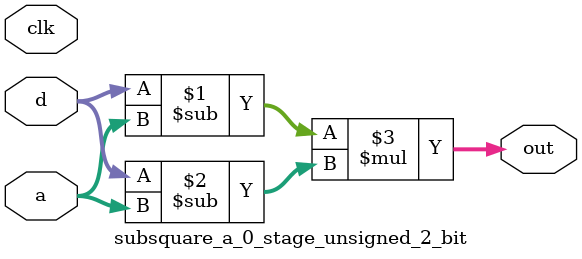
<source format=sv>
(* use_dsp = "yes" *) module subsquare_a_0_stage_unsigned_2_bit(
	input  [1:0] a,
	input  [1:0] d,
	output [1:0] out,
	input clk);

	assign out = (d - a) * (d - a);
endmodule

</source>
